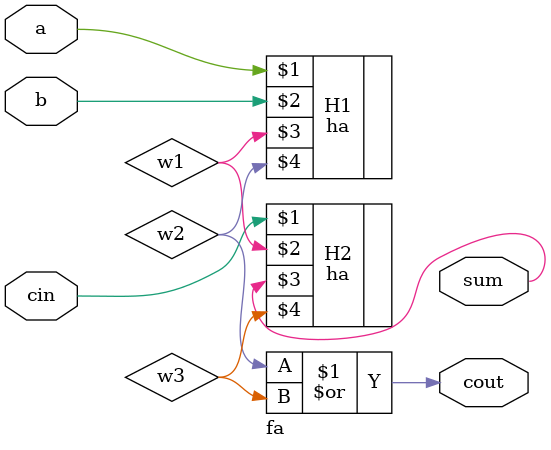
<source format=sv>
`timescale 1ns / 1ps


module fa(
    input logic a,
    input logic b,
    input logic cin,
    output logic sum,
    output logic cout);
    
    wire w1,w2,w3;    
    
    ha H1(a,b,w1,w2);
    ha H2(cin,w1, sum, w3);
    
    assign cout = w2 | w3;
    
endmodule

</source>
